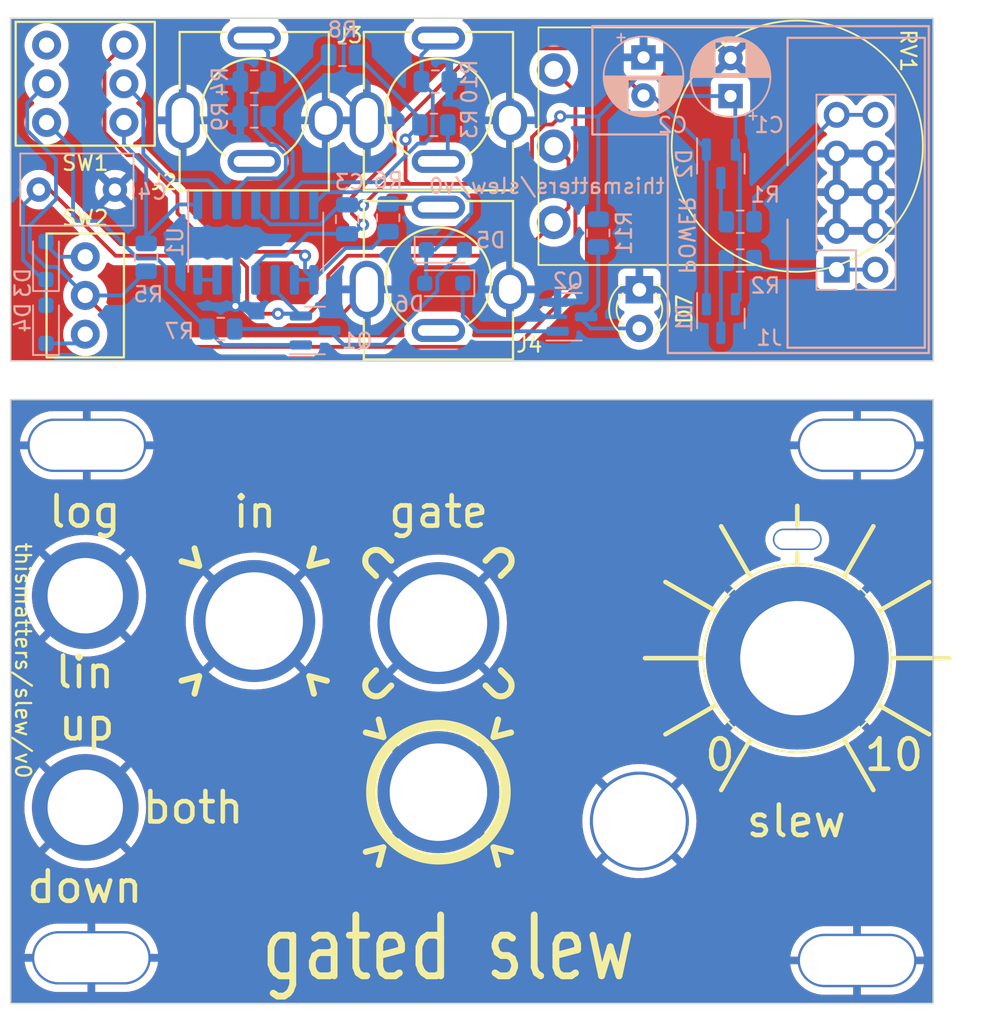
<source format=kicad_pcb>
(kicad_pcb (version 20221018) (generator pcbnew)
  (layers (0 "F.Cu" signal) (31 "B.Cu" signal) (34 "B.Paste" user) (35 "F.Paste" user) (36 "B.SilkS" user "B.Silkscreen") (37 "F.SilkS" user "F.Silkscreen") (38 "B.Mask" user) (39 "F.Mask" user) (44 "Edge.Cuts" user))
  (net 0 "")
  (net 1 "+12V")
  (net 2 "GND")
  (net 3 "-12V")
  (net 4 "Net-(D1-COM)")
  (net 5 "Net-(D2-COM)")
  (net 6 "/FACE")
  (net 7 "Net-(J1-Pin_1)")
  (net 8 "Net-(J1-Pin_10)")
  (net 9 "Net-(D3-K)")
  (net 10 "/down")
  (net 11 "/up")
  (net 12 "Net-(D5-K)")
  (net 13 "Net-(D5-A)")
  (net 14 "Net-(D6-K)")
  (net 15 "Net-(D7-A)")
  (net 16 "/IN")
  (net 18 "/GATE")
  (net 19 "Net-(J3-PadTN)")
  (net 20 "/OUT")
  (net 22 "Net-(Q1-D)")
  (net 23 "/LOG")
  (net 24 "Net-(SW1B-B)")
  (net 25 "/LIN")
  (net 26 "Net-(U1C-+)")
  (net 27 "Net-(SW1A-B)")
  (net 29 "Net-(U1D--)")
  (footprint "LED_THT:LED_D3.0mm" (layer "F.Cu") (at 112.6 119.785 -90)
    (fp_text reference "D7" (at 1.27 -2.96 90) (layer "F.SilkS"))
    (fp_text value "LED_GREEN")
    (pad "1" thru_hole rect (at 0 0 270) (size 1.8 1.8) (drill 0.9) (layers "*.Cu" "*.Mask") (net 2 "GND"))
    (pad "2" thru_hole circle (at 2.54 0 270) (size 1.8 1.8) (drill 0.9) (layers "*.Cu" "*.Mask") (net 15 "Net-(D7-A)"))
  )
  (footprint "Eurorack:Switch_DPDT_Tayda_A-5752" (layer "F.Cu") (at 76.2 106.26)
    (fp_text reference "SW1" (at 0 5.194 unlocked) (layer "F.SilkS"))
    (fp_text value "SW_DPDT_x2")
    (pad "1" thru_hole circle (at 2.54 -2.54) (size 1.9 1.9) (drill 1) (layers "*.Cu" "*.Mask") (net 25 "/LIN"))
    (pad "2" thru_hole circle (at 2.54 0) (size 1.9 1.9) (drill 1) (layers "*.Cu" "*.Mask") (net 27 "Net-(SW1A-B)"))
    (pad "3" thru_hole circle (at 2.54 2.54) (size 1.9 1.9) (drill 1) (layers "*.Cu" "*.Mask") (net 23 "/LOG"))
    (pad "4" thru_hole circle (at -2.54 -2.54) (size 1.9 1.9) (drill 1) (layers "*.Cu" "*.Mask"))
    (pad "5" thru_hole circle (at -2.54 0) (size 1.9 1.9) (drill 1) (layers "*.Cu" "*.Mask") (net 24 "Net-(SW1B-B)"))
    (pad "6" thru_hole circle (at -2.54 2.54) (size 1.9 1.9) (drill 1) (layers "*.Cu" "*.Mask") (net 22 "Net-(Q1-D)"))
  )
  (footprint "Eurorack:Mech-2M_Switch-Hole" (layer "F.Cu") (at 76.2 139.875)
    (fp_text reference "H9" hide)
    (fp_text value "LIN/LOG")
    (pad "1" thru_hole circle (at 0 0) (size 7 7) (drill 4.95) (layers "*.Cu" "*.Mask") (net 6 "/FACE"))
  )
  (footprint "Eurorack:Mech-2M_Switch-Hole" (layer "F.Cu") (at 76.2 153.775)
    (fp_text reference "H10" hide)
    (fp_text value "UP/DOWN")
    (pad "1" thru_hole circle (at 0 0) (size 7 7) (drill 4.95) (layers "*.Cu" "*.Mask") (net 6 "/FACE"))
  )
  (footprint "Eurorack:Mech-MountingHole" (layer "F.Cu") (at 76.3 130)
    (fp_text reference "H1")
    (fp_text value "mount0")
    (pad "1" thru_hole oval (at 0 0 90) (size 3.5 7.8) (drill oval 3.2 7.5) (layers "*.Cu" "*.Mask") (net 6 "/FACE"))
  )
  (footprint "Eurorack:Mech-MountingHole" (layer "F.Cu") (at 76.6 163.65)
    (fp_text reference "H4")
    (fp_text value "mount1")
    (pad "1" thru_hole oval (at 0 0 90) (size 3.5 7.8) (drill oval 3.2 7.5) (layers "*.Cu" "*.Mask") (net 6 "/FACE"))
  )
  (footprint "Eurorack:Switch_SPDT_Tayda_A-5751" (layer "F.Cu") (at 76.2 120.16)
    (fp_text reference "SW2" (at 0 -5.08 unlocked) (layer "F.SilkS"))
    (fp_text value "SW_SPDT_MSM")
    (pad "1" thru_hole circle (at 0 -2.54) (size 1.9 1.9) (drill 1) (layers "*.Cu" "*.Mask") (net 10 "/down"))
    (pad "2" thru_hole circle (at 0 0) (size 1.9 1.9) (drill 1) (layers "*.Cu" "*.Mask") (net 24 "Net-(SW1B-B)"))
    (pad "3" thru_hole circle (at 0 2.54) (size 1.9 1.9) (drill 1) (layers "*.Cu" "*.Mask") (net 11 "/up"))
  )
  (footprint "Eurorack:Mech-LED-Hole-3mm-Bezel" (layer "F.Cu") (at 112.6 154.675)
    (fp_text reference "H11" hide)
    (fp_text value "LED")
    (pad "1" thru_hole circle (at 0 0) (size 6.5 6.5) (drill 6.1) (layers "*.Cu" "*.Mask") (net 6 "/FACE"))
  )
  (footprint "Eurorack:AudioJack2_Tayda_A-2566" (layer "F.Cu") (at 99.4 108.06)
    (fp_text reference "J3" (at -5.841 -4.988 unlocked) (layer "F.SilkS"))
    (fp_text value "AudioJack2_SwitchT")
    (pad "S" thru_hole oval (at -4.7 0.6) (size 2.25 3.75) (drill oval 1.45 2.95) (layers "*.Cu" "*.Mask") (net 2 "GND"))
    (pad "S" thru_hole oval (at 4.7 0.6) (size 2.25 2.7) (drill oval 1.45 1.9) (layers "*.Cu" "*.Mask") (net 2 "GND"))
    (pad "T" thru_hole oval (at 0 -4.8) (size 3.5 1.5) (drill oval 2.7 0.7) (layers "*.Cu" "*.Mask") (net 18 "/GATE"))
    (pad "TN" thru_hole oval (at 0 3.3) (size 3.5 1.5) (drill oval 2.7 0.7) (layers "*.Cu" "*.Mask") (net 19 "Net-(J3-PadTN)"))
  )
  (footprint "Eurorack:Mech-MountingHole" (layer "F.Cu") (at 126.9 130)
    (fp_text reference "H2")
    (fp_text value "mount1")
    (pad "1" thru_hole oval (at 0 0 90) (size 3.5 7.8) (drill oval 3.2 7.5) (layers "*.Cu" "*.Mask") (net 6 "/FACE"))
  )
  (footprint "Eurorack:Mech-AudioJack-Hole-Input-Gate" (layer "F.Cu") (at 99.4 141.675)
    (fp_text reference "H6")
    (fp_text value "GATE" hide)
    (pad "1" thru_hole circle (at 0 0 90) (size 8 8) (drill 6.4) (layers "*.Cu" "*.Mask") (net 6 "/FACE"))
  )
  (footprint "Eurorack:AudioJack2_Tayda_A-2566" (layer "F.Cu") (at 87.3 108.06)
    (fp_text reference "J2" (at -5.933 4.664 unlocked) (layer "F.SilkS"))
    (fp_text value "AudioJack2_SwitchT")
    (pad "S" thru_hole oval (at -4.7 0.6) (size 2.25 3.75) (drill oval 1.45 2.95) (layers "*.Cu" "*.Mask") (net 2 "GND"))
    (pad "S" thru_hole oval (at 4.7 0.6) (size 2.25 2.7) (drill oval 1.45 1.9) (layers "*.Cu" "*.Mask") (net 2 "GND"))
    (pad "T" thru_hole oval (at 0 -4.8) (size 3.5 1.5) (drill oval 2.7 0.7) (layers "*.Cu" "*.Mask") (net 16 "/IN"))
    (pad "TN" thru_hole oval (at 0 3.3) (size 3.5 1.5) (drill oval 2.7 0.7) (layers "*.Cu" "*.Mask"))
  )
  (footprint "Eurorack:Mech-AudioJack-Hole-Output-Voct" (layer "F.Cu") (at 99.4 152.775)
    (fp_text reference "H7")
    (fp_text value "OUT" hide)
    (pad "1" thru_hole circle (at 0 0 90) (size 8 8) (drill 6.4) (layers "*.Cu" "*.Mask") (net 6 "/FACE"))
  )
  (footprint "Eurorack:Mech-MountingHole" (layer "F.Cu") (at 126.9 163.825)
    (fp_text reference "H3")
    (fp_text value "mount1")
    (pad "1" thru_hole oval (at 0 0 90) (size 3.5 7.8) (drill oval 3.2 7.5) (layers "*.Cu" "*.Mask") (net 6 "/FACE"))
  )
  (footprint "Eurorack:Mech-Potentiometer-Hole_level_90deg" (layer "F.Cu") (at 122.973 143.975)
    (fp_text reference "H8")
    (fp_text value "SLEW" hide)
    (fp_text user "10" (at 6.35 6.35 unlocked) (layer "F.SilkS") (effects (font (size 2 2) (thickness 0.3))))
    (fp_text user "0" (at -5.08 6.35 unlocked) (layer "F.SilkS") (effects (font (size 2 2) (thickness 0.3))))
    (pad "" thru_hole oval (at 0 -7.8) (size 3.2 1.4) (drill oval 3 1.2) (layers "*.Cu" "*.Mask"))
    (pad "1" thru_hole circle (at 0 0) (size 12 12) (drill 7.5) (layers "*.Cu" "*.Mask") (net 6 "/FACE"))
  )
  (footprint "Eurorack:Potentiometer_RV16AF-41-15R1" (layer "F.Cu") (at 122.973 110.36 -90)
    (fp_text reference "RV1" (at -6.272 -7.289 -90 unlocked) (layer "F.SilkS"))
    (fp_text value "A1M")
    (pad "1" thru_hole circle (at -5 16 270) (size 2.2 2.2) (drill 1.2) (layers "*.Cu" "*.Mask") (net 24 "Net-(SW1B-B)"))
    (pad "2" thru_hole circle (at 0 16 270) (size 2.2 2.2) (drill 1.2) (layers "*.Cu" "*.Mask") (net 9 "Net-(D3-K)"))
    (pad "3" thru_hole circle (at 5 16 270) (size 2.2 2.2) (drill 1.2) (layers "*.Cu" "*.Mask") (net 9 "Net-(D3-K)"))
  )
  (footprint "Eurorack:Mech-AudioJack-Hole-Input-Voct" (layer "F.Cu") (at 87.3 141.5375)
    (fp_text reference "H5")
    (fp_text value "IN" hide)
    (pad "1" thru_hole circle (at 0 0 90) (size 8 8) (drill 6.4) (layers "*.Cu" "*.Mask") (net 6 "/FACE"))
  )
  (footprint "Eurorack:AudioJack2_Tayda_A-2566" (layer "F.Cu") (at 99.4 119.16)
    (fp_text reference "J4" (at 5.97 4.232 unlocked) (layer "F.SilkS"))
    (fp_text value "AudioJack2_SwitchT")
    (pad "S" thru_hole oval (at -4.7 0.6) (size 2.25 3.75) (drill oval 1.45 2.95) (layers "*.Cu" "*.Mask") (net 2 "GND"))
    (pad "S" thru_hole oval (at 4.7 0.6) (size 2.25 2.7) (drill oval 1.45 1.9) (layers "*.Cu" "*.Mask") (net 2 "GND"))
    (pad "T" thru_hole oval (at 0 -4.8) (size 3.5 1.5) (drill oval 2.7 0.7) (layers "*.Cu" "*.Mask") (net 20 "/OUT"))
    (pad "TN" thru_hole oval (at 0 3.3) (size 3.5 1.5) (drill oval 2.7 0.7) (layers "*.Cu" "*.Mask"))
  )
  (footprint "Resistor_SMD:R_0805_2012Metric" (layer "B.Cu") (at 119.2227 117.8631)
    (fp_text reference "R2" (at 1.651 1.651) (layer "B.SilkS") (effects (justify mirror)))
    (fp_text value "10")
    (pad "1" smd roundrect (at -0.9125 0) (size 1.025 1.4) (layers "B.Cu" "B.Paste" "B.Mask") (roundrect_rratio 0.243902) (net 4 "Net-(D1-COM)"))
    (pad "2" smd roundrect (at 0.9125 0) (size 1.025 1.4) (layers "B.Cu" "B.Paste" "B.Mask") (roundrect_rratio 0.243902) (net 7 "Net-(J1-Pin_1)"))
  )
  (footprint "Resistor_SMD:R_0805_2012Metric" (layer "B.Cu") (at 93.1 104.36 180)
    (fp_text reference "R8" (at 0 1.65) (layer "B.SilkS") (effects (justify mirror)))
    (fp_text value "120K")
    (pad "1" smd roundrect (at -0.9125 0 180) (size 1.025 1.4) (layers "B.Cu" "B.Paste" "B.Mask") (roundrect_rratio 0.243902) (net 1 "+12V"))
    (pad "2" smd roundrect (at 0.9125 0 180) (size 1.025 1.4) (layers "B.Cu" "B.Paste" "B.Mask") (roundrect_rratio 0.243902) (net 26 "Net-(U1C-+)"))
  )
  (footprint "Diode_SMD:D_SOD-323_HandSoldering" (layer "B.Cu") (at 99.85 117.16)
    (fp_text reference "D5" (at 2.98 -0.626) (layer "B.SilkS") (effects (justify mirror)))
    (fp_text value "1N4148")
    (pad "1" smd roundrect (at -1.25 0) (size 1 1) (layers "B.Cu" "B.Paste" "B.Mask") (net 12 "Net-(D5-K)"))
    (pad "2" smd roundrect (at 1.25 0) (size 1 1) (layers "B.Cu" "B.Paste" "B.Mask") (net 13 "Net-(D5-A)"))
  )
  (footprint "Package_TO_SOT_SMD:SOT-23" (layer "B.Cu") (at 91.3 122.46)
    (fp_text reference "Q1" (at 2.767 0.678) (layer "B.SilkS") (effects (justify mirror)))
    (fp_text value "MMBF4393")
    (pad "1" smd roundrect (at -0.9375 0.95) (size 1.475 0.6) (layers "B.Cu" "B.Paste" "B.Mask") (net 22 "Net-(Q1-D)"))
    (pad "2" smd roundrect (at -0.9375 -0.95) (size 1.475 0.6) (layers "B.Cu" "B.Paste" "B.Mask") (net 9 "Net-(D3-K)"))
    (pad "3" smd roundrect (at 0.9375 0) (size 1.475 0.6) (layers "B.Cu" "B.Paste" "B.Mask") (net 13 "Net-(D5-A)"))
  )
  (footprint "Diode_SMD:D_SOD-323_HandSoldering" (layer "B.Cu") (at 99.75 119.36 180)
    (fp_text reference "D6" (at 2.254 -1.365) (layer "B.SilkS") (effects (justify mirror)))
    (fp_text value "1N4148")
    (pad "1" smd roundrect (at -1.25 0 180) (size 1 1) (layers "B.Cu" "B.Paste" "B.Mask") (net 14 "Net-(D6-K)"))
    (pad "2" smd roundrect (at 1.25 0 180) (size 1 1) (layers "B.Cu" "B.Paste" "B.Mask") (net 12 "Net-(D5-K)"))
  )
  (footprint "Diode_SMD:D_SOD-323_HandSoldering" (layer "B.Cu") (at 73.62 122.06 90)
    (fp_text reference "D4" (at 0.446 -1.524 90) (layer "B.SilkS") (effects (justify mirror)))
    (fp_text value "1N4148")
    (pad "1" smd roundrect (at -1.25 0 90) (size 1 1) (layers "B.Cu" "B.Paste" "B.Mask") (net 11 "/up"))
    (pad "2" smd roundrect (at 1.25 0 90) (size 1 1) (layers "B.Cu" "B.Paste" "B.Mask") (net 9 "Net-(D3-K)"))
  )
  (footprint "Package_TO_SOT_SMD:SOT-23" (layer "B.Cu") (at 117.9527 111.5131 -90)
    (fp_text reference "D2" (at 0 2.4 90) (layer "B.SilkS") (effects (justify mirror)))
    (fp_text value "BAT54S")
    (pad "1" smd roundrect (at -0.9375 0.95 270) (size 1.475 0.6) (layers "B.Cu" "B.Paste" "B.Mask") (net 3 "-12V"))
    (pad "2" smd roundrect (at -0.9375 -0.95 270) (size 1.475 0.6) (layers "B.Cu" "B.Paste" "B.Mask") (net 1 "+12V"))
    (pad "3" smd roundrect (at 0.9375 0 270) (size 1.475 0.6) (layers "B.Cu" "B.Paste" "B.Mask") (net 5 "Net-(D2-COM)"))
  )
  (footprint "Resistor_SMD:R_0805_2012Metric" (layer "B.Cu") (at 119.2227 115.3231)
    (fp_text reference "R1" (at 1.651 -1.778) (layer "B.SilkS") (effects (justify mirror)))
    (fp_text value "10")
    (pad "1" smd roundrect (at -0.9125 0) (size 1.025 1.4) (layers "B.Cu" "B.Paste" "B.Mask") (roundrect_rratio 0.243902) (net 5 "Net-(D2-COM)"))
    (pad "2" smd roundrect (at 0.9125 0) (size 1.025 1.4) (layers "B.Cu" "B.Paste" "B.Mask") (roundrect_rratio 0.243902) (net 8 "Net-(J1-Pin_10)"))
  )
  (footprint "Package_TO_SOT_SMD:SOT-23" (layer "B.Cu") (at 117.9527 121.6731 -90)
    (fp_text reference "D1" (at 0 2.4 90) (layer "B.SilkS") (effects (justify mirror)))
    (fp_text value "BAT54S")
    (pad "1" smd roundrect (at -0.9375 0.95 270) (size 1.475 0.6) (layers "B.Cu" "B.Paste" "B.Mask") (net 3 "-12V"))
    (pad "2" smd roundrect (at -0.9375 -0.95 270) (size 1.475 0.6) (layers "B.Cu" "B.Paste" "B.Mask") (net 1 "+12V"))
    (pad "3" smd roundrect (at 0.9375 0 270) (size 1.475 0.6) (layers "B.Cu" "B.Paste" "B.Mask") (net 4 "Net-(D1-COM)"))
  )
  (footprint "Resistor_SMD:R_0805_2012Metric" (layer "B.Cu") (at 87.3 106.12 180)
    (fp_text reference "R4" (at 2.25 0 90) (layer "B.SilkS") (effects (justify mirror)))
    (fp_text value "1M")
    (pad "1" smd roundrect (at -0.9125 0 180) (size 1.025 1.4) (layers "B.Cu" "B.Paste" "B.Mask") (roundrect_rratio 0.243902) (net 16 "/IN"))
    (pad "2" smd roundrect (at 0.9125 0 180) (size 1.025 1.4) (layers "B.Cu" "B.Paste" "B.Mask") (roundrect_rratio 0.243902) (net 2 "GND"))
  )
  (footprint "Capacitor_THT:C_Rect_L7.2mm_W4.5mm_P5.00mm_FKS2_FKP2_MKS2_MKP2" (layer "B.Cu") (at 73.15 113.21)
    (fp_text reference "C4" (at 7.455 0.149) (layer "B.SilkS") (effects (justify mirror)))
    (fp_text value "680n")
    (pad "1" thru_hole circle (at 0 0) (size 1.6 1.6) (drill 0.8) (layers "*.Cu" "*.Mask") (net 9 "Net-(D3-K)"))
    (pad "2" thru_hole circle (at 5 0) (size 1.6 1.6) (drill 0.8) (layers "*.Cu" "*.Mask") (net 2 "GND"))
  )
  (footprint "Resistor_SMD:R_0805_2012Metric" (layer "B.Cu") (at 85.1 122.36)
    (fp_text reference "R7" (at -2.717 0.143) (layer "B.SilkS") (effects (justify mirror)))
    (fp_text value "2.2M")
    (pad "1" smd roundrect (at -0.9125 0) (size 1.025 1.4) (layers "B.Cu" "B.Paste" "B.Mask") (roundrect_rratio 0.243902) (net 22 "Net-(Q1-D)"))
    (pad "2" smd roundrect (at 0.9125 0) (size 1.025 1.4) (layers "B.Cu" "B.Paste" "B.Mask") (roundrect_rratio 0.243902) (net 13 "Net-(D5-A)"))
  )
  (footprint "Resistor_SMD:R_0805_2012Metric" (layer "B.Cu") (at 80.2 117.66 -90)
    (fp_text reference "R5" (at 2.43 -0.151 -180) (layer "B.SilkS") (effects (justify mirror)))
    (fp_text value "10")
    (pad "1" smd roundrect (at -0.9125 0 270) (size 1.025 1.4) (layers "B.Cu" "B.Paste" "B.Mask") (roundrect_rratio 0.243902) (net 23 "/LOG"))
    (pad "2" smd roundrect (at 0.9125 0 270) (size 1.025 1.4) (layers "B.Cu" "B.Paste" "B.Mask") (roundrect_rratio 0.243902) (net 24 "Net-(SW1B-B)"))
  )
  (footprint "Eurorack:PinHeader_2x05_P2.54mm_Vertical" (layer "B.Cu") (at 125.56 118.46)
    (fp_text reference "J1" (at -4.4323 4.4831) (layer "B.SilkS") (effects (justify mirror)))
    (fp_text value "Conn_02x05_Odd_Even")
    (pad "1" thru_hole rect (at 0 0) (size 1.7 1.7) (drill 1) (layers "*.Cu" "*.Mask") (net 7 "Net-(J1-Pin_1)"))
    (pad "2" thru_hole oval (at 2.54 0) (size 1.7 1.7) (drill 1) (layers "*.Cu" "*.Mask") (net 7 "Net-(J1-Pin_1)"))
    (pad "3" thru_hole oval (at 0 -2.54) (size 1.7 1.7) (drill 1) (layers "*.Cu" "*.Mask") (net 2 "GND"))
    (pad "4" thru_hole oval (at 2.54 -2.54) (size 1.7 1.7) (drill 1) (layers "*.Cu" "*.Mask") (net 2 "GND"))
    (pad "5" thru_hole oval (at 0 -5.08) (size 1.7 1.7) (drill 1) (layers "*.Cu" "*.Mask") (net 2 "GND"))
    (pad "6" thru_hole oval (at 2.54 -5.08) (size 1.7 1.7) (drill 1) (layers "*.Cu" "*.Mask") (net 2 "GND"))
    (pad "7" thru_hole oval (at 0 -7.62) (size 1.7 1.7) (drill 1) (layers "*.Cu" "*.Mask") (net 2 "GND"))
    (pad "8" thru_hole oval (at 2.54 -7.62) (size 1.7 1.7) (drill 1) (layers "*.Cu" "*.Mask") (net 2 "GND"))
    (pad "9" thru_hole oval (at 0 -10.16) (size 1.7 1.7) (drill 1) (layers "*.Cu" "*.Mask") (net 8 "Net-(J1-Pin_10)"))
    (pad "10" thru_hole oval (at 2.54 -10.16) (size 1.7 1.7) (drill 1) (layers "*.Cu" "*.Mask") (net 8 "Net-(J1-Pin_10)"))
  )
  (footprint "Resistor_SMD:R_0805_2012Metric" (layer "B.Cu") (at 87.3 108.406 180)
    (fp_text reference "R9" (at 2.25 0 90) (layer "B.SilkS") (effects (justify mirror)))
    (fp_text value "12K")
    (pad "1" smd roundrect (at -0.9125 0 180) (size 1.025 1.4) (layers "B.Cu" "B.Paste" "B.Mask") (roundrect_rratio 0.243902) (net 26 "Net-(U1C-+)"))
    (pad "2" smd roundrect (at 0.9125 0 180) (size 1.025 1.4) (layers "B.Cu" "B.Paste" "B.Mask") (roundrect_rratio 0.243902) (net 2 "GND"))
  )
  (footprint "Diode_SMD:D_SOD-323_HandSoldering" (layer "B.Cu") (at 73.62 117.86 90)
    (fp_text reference "D3" (at -1.468 -1.524 90) (layer "B.SilkS") (effects (justify mirror)))
    (fp_text value "1N4148")
    (pad "1" smd roundrect (at -1.25 0 90) (size 1 1) (layers "B.Cu" "B.Paste" "B.Mask") (net 9 "Net-(D3-K)"))
    (pad "2" smd roundrect (at 1.25 0 90) (size 1 1) (layers "B.Cu" "B.Paste" "B.Mask") (net 10 "/down"))
  )
  (footprint "Package_SO:SOIC-14_3.9x8.7mm_P1.27mm" (layer "B.Cu") (at 87.4 116.66 -90)
    (fp_text reference "U1" (at 0 5.28 90) (layer "B.SilkS") (effects (justify mirror)))
    (fp_text value "TL074")
    (pad "1" smd roundrect (at -2.475 3.81 270) (size 1.95 0.6) (layers "B.Cu" "B.Paste" "B.Mask") (net 23 "/LOG"))
    (pad "2" smd roundrect (at -2.475 2.54 270) (size 1.95 0.6) (layers "B.Cu" "B.Paste" "B.Mask") (net 27 "Net-(SW1A-B)"))
    (pad "3" smd roundrect (at -2.475 1.27 270) (size 1.95 0.6) (layers "B.Cu" "B.Paste" "B.Mask") (net 16 "/IN"))
    (pad "4" smd roundrect (at -2.475 0 270) (size 1.95 0.6) (layers "B.Cu" "B.Paste" "B.Mask") (net 1 "+12V"))
    (pad "5" smd roundrect (at -2.475 -1.27 270) (size 1.95 0.6) (layers "B.Cu" "B.Paste" "B.Mask") (net 9 "Net-(D3-K)"))
    (pad "6" smd roundrect (at -2.475 -2.54 270) (size 1.95 0.6) (layers "B.Cu" "B.Paste" "B.Mask") (net 25 "/LIN"))
    (pad "7" smd roundrect (at -2.475 -3.81 270) (size 1.95 0.6) (layers "B.Cu" "B.Paste" "B.Mask") (net 25 "/LIN"))
    (pad "8" smd roundrect (at 2.475 -3.81 270) (size 1.95 0.6) (layers "B.Cu" "B.Paste" "B.Mask") (net 12 "Net-(D5-K)"))
    (pad "9" smd roundrect (at 2.475 -2.54 270) (size 1.95 0.6) (layers "B.Cu" "B.Paste" "B.Mask") (net 18 "/GATE"))
    (pad "10" smd roundrect (at 2.475 -1.27 270) (size 1.95 0.6) (layers "B.Cu" "B.Paste" "B.Mask") (net 26 "Net-(U1C-+)"))
    (pad "11" smd roundrect (at 2.475 0 270) (size 1.95 0.6) (layers "B.Cu" "B.Paste" "B.Mask") (net 3 "-12V"))
    (pad "12" smd roundrect (at 2.475 1.27 270) (size 1.95 0.6) (layers "B.Cu" "B.Paste" "B.Mask") (net 2 "GND"))
    (pad "13" smd roundrect (at 2.475 2.54 270) (size 1.95 0.6) (layers "B.Cu" "B.Paste" "B.Mask") (net 29 "Net-(U1D--)"))
    (pad "14" smd roundrect (at 2.475 3.81 270) (size 1.95 0.6) (layers "B.Cu" "B.Paste" "B.Mask") (net 29 "Net-(U1D--)"))
  )
  (footprint "Resistor_SMD:R_0805_2012Metric" (layer "B.Cu") (at 109.9 116.06 -90)
    (fp_text reference "R11" (at 0 -1.693 90) (layer "B.SilkS") (effects (justify mirror)))
    (fp_text value "1K")
    (pad "1" smd roundrect (at -0.9125 0 270) (size 1.025 1.4) (layers "B.Cu" "B.Paste" "B.Mask") (roundrect_rratio 0.243902) (net 1 "+12V"))
    (pad "2" smd roundrect (at 0.9125 0 270) (size 1.025 1.4) (layers "B.Cu" "B.Paste" "B.Mask") (roundrect_rratio 0.243902) (net 15 "Net-(D7-A)"))
  )
  (footprint "Capacitor_THT:CP_Radial_D5.0mm_P2.50mm" (layer "B.Cu") (at 118.5877 107.0681 90)
    (fp_text reference "C1" (at -1.905 2.54) (layer "B.SilkS") (effects (justify mirror)))
    (fp_text value "22u 50V")
    (pad "1" thru_hole rect (at 0 0 90) (size 1.6 1.6) (drill 0.8) (layers "*.Cu" "*.Mask") (net 1 "+12V"))
    (pad "2" thru_hole circle (at 2.5 0 90) (size 1.6 1.6) (drill 0.8) (layers "*.Cu" "*.Mask") (net 2 "GND"))
  )
  (footprint "Capacitor_THT:CP_Radial_D5.0mm_P2.50mm" (layer "B.Cu") (at 112.8727 104.5281 -90)
    (fp_text reference "C2" (at 4.445 -1.905) (layer "B.SilkS") (effects (justify mirror)))
    (fp_text value "22u 50V")
    (pad "1" thru_hole rect (at 0 0 270) (size 1.6 1.6) (drill 0.8) (layers "*.Cu" "*.Mask") (net 2 "GND"))
    (pad "2" thru_hole circle (at 2.5 0 270) (size 1.6 1.6) (drill 0.8) (layers "*.Cu" "*.Mask") (net 3 "-12V"))
  )
  (footprint "Resistor_SMD:R_0805_2012Metric" (layer "B.Cu") (at 96.1 115.06 90)
    (fp_text reference "R6" (at 2.463 -0.001 180) (layer "B.SilkS") (effects (justify mirror)))
    (fp_text value "470")
    (pad "1" smd roundrect (at -0.9125 0 90) (size 1.025 1.4) (layers "B.Cu" "B.Paste" "B.Mask") (roundrect_rratio 0.243902) (net 25 "/LIN"))
    (pad "2" smd roundrect (at 0.9125 0 90) (size 1.025 1.4) (layers "B.Cu" "B.Paste" "B.Mask") (roundrect_rratio 0.243902) (net 20 "/OUT"))
  )
  (footprint "Package_TO_SOT_SMD:SOT-23" (layer "B.Cu") (at 108.164 121.56)
    (fp_text reference "Q2" (at -0.254 -2.359) (layer "B.SilkS") (effects (justify mirror)))
    (fp_text value "MMBF170")
    (pad "1" smd roundrect (at -0.9375 0.95) (size 1.475 0.6) (layers "B.Cu" "B.Paste" "B.Mask") (net 14 "Net-(D6-K)"))
    (pad "2" smd roundrect (at -0.9375 -0.95) (size 1.475 0.6) (layers "B.Cu" "B.Paste" "B.Mask") (net 2 "GND"))
    (pad "3" smd roundrect (at 0.9375 0) (size 1.475 0.6) (layers "B.Cu" "B.Paste" "B.Mask") (net 15 "Net-(D7-A)"))
  )
  (footprint "Resistor_SMD:R_0805_2012Metric" (layer "B.Cu") (at 99.2 106.12)
    (fp_text reference "R10" (at 2.233 0 90) (layer "B.SilkS") (effects (justify mirror)))
    (fp_text value "120K")
    (pad "1" smd roundrect (at -0.9125 0) (size 1.025 1.4) (layers "B.Cu" "B.Paste" "B.Mask") (roundrect_rratio 0.243902) (net 18 "/GATE"))
    (pad "2" smd roundrect (at 0.9125 0) (size 1.025 1.4) (layers "B.Cu" "B.Paste" "B.Mask") (roundrect_rratio 0.243902) (net 2 "GND"))
  )
  (footprint "Capacitor_SMD:C_0805_2012Metric" (layer "B.Cu") (at 93.4 115.16 -90)
    (fp_text reference "C3" (at -2.436 -0.159 -180) (layer "B.SilkS") (effects (justify mirror)))
    (fp_text value "100n")
    (pad "1" smd roundrect (at -0.95 0 270) (size 1 1.45) (layers "B.Cu" "B.Paste" "B.Mask") (net 1 "+12V"))
    (pad "2" smd roundrect (at 0.95 0 270) (size 1 1.45) (layers "B.Cu" "B.Paste" "B.Mask") (net 3 "-12V"))
  )
  (footprint "Resistor_SMD:R_0805_2012Metric" (layer "B.Cu") (at 99.1 108.96)
    (fp_text reference "R3" (at 2.333 -0.046 90) (layer "B.SilkS") (effects (justify mirror)))
    (fp_text value "120K")
    (pad "1" smd roundrect (at -0.9125 0) (size 1.025 1.4) (layers "B.Cu" "B.Paste" "B.Mask") (roundrect_rratio 0.243902) (net 1 "+12V"))
    (pad "2" smd roundrect (at 0.9125 0) (size 1.025 1.4) (layers "B.Cu" "B.Paste" "B.Mask") (roundrect_rratio 0.243902) (net 19 "Net-(J3-PadTN)"))
  )
  (gr_line (start 131.61 123.94) (end 114.465 123.94) (stroke (width 0.15)) (layer "B.SilkS"))
  (gr_line (start 114.465 109.589) (end 109.512 109.589) (stroke (width 0.15)) (layer "B.SilkS"))
  (gr_line (start 109.512 102.477) (end 131.61 102.477) (stroke (width 0.15)) (layer "B.SilkS"))
  (gr_line (start 109.512 109.589) (end 109.512 102.477) (stroke (width 0.15)) (layer "B.SilkS"))
  (gr_line (start 131.61 102.477) (end 131.61 123.94) (stroke (width 0.15)) (layer "B.SilkS"))
  (gr_line (start 114.465 123.94) (end 114.465 109.589) (stroke (width 0.15)) (layer "B.SilkS"))
  (gr_rect (start 71.3 101.96) (end 131.9 124.46) (stroke (width 0.1)) (fill none) (layer "Edge.Cuts"))
  (gr_rect (start 71.3 127) (end 131.9 166.65) (stroke (width 0.1)) (fill none) (layer "Edge.Cuts"))
  (gr_text "thismatters/slew/v0" (at 106.513 112.978) (layer "B.SilkS") (effects (font (size 1 1)) (justify mirror)))
  (gr_text "POWER" (at 115.1 118.86 -90) (layer "B.SilkS") (effects (font (size 1 1)) (justify left bottom mirror)))
  (gr_text "in" (at 87.347 134.366) (layer "F.SilkS") (effects (font (size 2 2) (thickness 0.3))))
  (gr_text "gate" (at 99.412 134.366) (layer "F.SilkS") (effects (font (size 2 2) (thickness 0.3))))
  (gr_text "lin" (at 76.171 144.899) (layer "F.SilkS") (effects (font (size 2 2) (thickness 0.3))))
  (gr_text "slew" (at 122.907 154.678) (layer "F.SilkS") (effects (font (size 2 2) (thickness 0.3))))
  (gr_text "gated slew" (at 100.047 165.346) (layer "F.SilkS") (effects (font (size 4 3) (thickness 0.45)) (justify bottom)))
  (gr_text "up" (at 76.298 148.328) (layer "F.SilkS") (effects (font (size 2 2) (thickness 0.3))))
  (gr_text "thismatters/slew/v0" (at 72.107 144.137 -90) (layer "F.SilkS") (effects (font (size 1 1))))
  (gr_text "log" (at 76.171 134.358) (layer "F.SilkS") (effects (font (size 2 2) (thickness 0.3))))
  (gr_text "down" (at 76.171 158.996) (layer "F.SilkS") (effects (font (size 2 2) (thickness 0.3))))
  (gr_text "both" (at 83.283 153.789) (layer "F.SilkS") (effects (font (size 2 2) (thickness 0.3))))
  (segment (start 94.448 114.248) (end 95.861 112.835) (width 0.25) (layer "F.Cu") (net 1))
  (segment (start 97.242 112.566396) (end 97.242 109.93) (width 0.25) (layer "F.Cu") (net 1))
  (segment (start 106.873 108.935) (end 107.402 108.406) (width 0.25) (layer "F.Cu") (net 1))
  (segment (start 105.548 111.148604) (end 105.548 109.769745) (width 0.25) (layer "F.Cu") (net 1))
  (segment (start 105.433302 111.263302) (end 105.548 111.148604) (width 0.25) (layer "F.Cu") (net 1))
  (segment (start 95.861 112.835) (end 97.510604 112.835) (width 0.25) (layer "F.Cu") (net 1))
  (segment (start 105.548 109.769745) (end 106.382745 108.935) (width 0.25) (layer "F.Cu") (net 1))
  (segment (start 97.510604 112.835) (end 97.242 112.566396) (width 0.25) (layer "F.Cu") (net 1))
  (segment (start 97.510604 112.835) (end 103.861604 112.835) (width 0.25) (layer "F.Cu") (net 1))
  (segment (start 103.861604 112.835) (end 105.433302 111.263302) (width 0.25) (layer "F.Cu") (net 1))
  (segment (start 106.382745 108.935) (end 106.873 108.935) (width 0.25) (layer "F.Cu") (net 1))
  (via (at 97.242 109.93) (size 0.8) (drill 0.4) (layers "F.Cu" "B.Cu") (net 1))
  (via (at 94.448 114.248) (size 0.8) (drill 0.4) (layers "F.Cu" "B.Cu") (net 1))
  (via (at 107.402 108.406) (size 0.8) (drill 0.4) (layers "F.Cu" "B.Cu") (net 1))
  (segment (start 114.908608 107.0681) (end 118.5877 107.0681) (width 0.25) (layer "B.Cu") (net 1))
  (segment (start 119.2027 110.8756) (end 119.202699 120.435601) (width 0.25) (layer "B.Cu") (net 1))
  (segment (start 97.242 109.9055) (end 98.1875 108.96) (width 0.25) (layer "B.Cu") (net 1))
  (segment (start 94.41 114.21) (end 94.448 114.248) (width 0.25) (layer "B.Cu") (net 1))
  (segment (start 107.402 108.406) (end 109.896191 108.406) (width 0.25) (layer "B.Cu") (net 1))
  (segment (start 93.4 114.21) (end 94.41 114.21) (width 0.25) (layer "B.Cu") (net 1))
  (segment (start 112.443809 105.866) (end 113.706508 105.866) (width 0.25) (layer "B.Cu") (net 1))
  (segment (start 87.4 114.565908) (end 87.4 114.185) (width 0.25) (layer "B.Cu") (net 1))
  (segment (start 88.319092 115.485) (end 87.4 114.565908) (width 0.25) (layer "B.Cu") (net 1))
  (segment (start 109.9 108.409809) (end 112.443809 105.866) (width 0.25) (layer "B.Cu") (net 1))
  (segment (start 93.4 114.21) (end 93.362 114.248) (width 0.25) (layer "B.Cu") (net 1))
  (segment (start 118.9027 110.5756) (end 118.9027 107.3831) (width 0.25) (layer "B.Cu") (net 1))
  (segment (start 98.1875 108.535) (end 94.0125 104.36) (width 0.25) (layer "B.Cu") (net 1))
  (segment (start 118.9027 110.5756) (end 119.2027 110.8756) (width 0.25) (layer "B.Cu") (net 1))
  (segment (start 109.9 115.1475) (end 109.9 108.409809) (width 0.25) (layer "B.Cu") (net 1))
  (segment (start 118.9027 107.3831) (end 118.5877 107.0681) (width 0.25) (layer "B.Cu") (net 1))
  (segment (start 98.1875 108.96) (end 98.1875 108.535) (width 0.25) (layer "B.Cu") (net 1))
  (segment (start 113.706508 105.866) (end 114.908608 107.0681) (width 0.25) (layer "B.Cu") (net 1))
  (segment (start 119.202699 120.435601) (end 118.9027 120.7356) (width 0.25) (layer "B.Cu") (net 1))
  (segment (start 92.891 114.248) (end 91.654 115.485) (width 0.25) (layer "B.Cu") (net 1))
  (segment (start 109.896191 108.406) (end 109.9 108.409809) (width 0.25) (layer "B.Cu") (net 1))
  (segment (start 97.242 109.93) (end 97.242 109.9055) (width 0.25) (layer "B.Cu") (net 1))
  (segment (start 93.362 114.248) (end 92.891 114.248) (width 0.25) (layer "B.Cu") (net 1))
  (segment (start 91.654 115.485) (end 88.319092 115.485) (width 0.25) (layer "B.Cu") (net 1))
  (segment (start 91.83 122.63) (end 87.59 122.63) (width 0.25) (layer "F.Cu") (net 2))
  (segment (start 94.7 119.76) (end 91.83 122.63) (width 0.25) (layer "F.Cu") (net 2))
  (segment (start 86.066 121.106) (end 86.066 120.852) (width 0.25) (layer "F.Cu") (net 2))
  (segment (start 87.59 122.63) (end 86.066 121.106) (width 0.25) (layer "F.Cu") (net 2))
  (via (at 86.066 120.852) (size 0.8) (drill 0.4) (layers "F.Cu" "B.Cu") (net 2))
  (segment (start 94.7 108.66) (end 93.175 107.135) (width 0.25) (layer "B.Cu") (net 2))
  (segment (start 93.175 103.577) (end 92.416 102.818) (width 0.25) (layer "B.Cu") (net 2))
  (segment (start 93.175 107.135) (end 93.175 103.577) (width 0.25) (layer "B.Cu") (net 2))
  (segment (start 86.066 120.852) (end 86.066 119.199) (width 0.25) (layer "B.Cu") (net 2))
  (segment (start 86.066 119.199) (end 86.13 119.135) (width 0.25) (layer "B.Cu") (net 2))
  (segment (start 109.7796 103.935) (end 101.967 103.935) (width 0.25) (layer "F.Cu") (net 3))
  (segment (start 96.517 110.909) (end 93.723 113.703) (width 0.25) (layer "F.Cu") (net 3))
  (segment (start 93.723 114.793) (end 94.443701 115.513701) (width 0.25) (layer "F.Cu") (net 3))
  (segment (start 93.723 113.703) (end 93.723 114.793) (width 0.25) (layer "F.Cu") (net 3))
  (segment (start 112.8727 107.0281) (end 109.7796 103.935) (width 0.25) (layer "F.Cu") (net 3))
  (segment (start 96.517 109.385) (end 96.517 110.909) (width 0.25) (layer "F.Cu") (net 3))
  (segment (start 101.967 103.935) (end 96.517 109.385) (width 0.25) (layer "F.Cu") (net 3))
  (via (at 94.443701 115.513701) (size 0.8) (drill 0.4) (layers "F.Cu" "B.Cu") (net 3))
  (segment (start 89.368 117.55) (end 88.010001 117.55) (width 0.25) (layer "B.Cu") (net 3))
  (segment (start 117.0027 110.5756) (end 113.4552 107.0281) (width 0.25) (layer "B.Cu") (net 3))
  (segment (start 93.4 116.11) (end 93.847402 116.11) (width 0.25) (layer "B.Cu") (net 3))
  (segment (start 87.4 118.160001) (end 87.4 119.135) (width 0.25) (layer "B.Cu") (net 3))
  (segment (start 117.0027 120.7356) (end 117.0027 110.5756) (width 0.25) (layer "B.Cu") (net 3))
  (segment (start 93.847402 116.11) (end 94.443701 115.513701) (width 0.25) (layer "B.Cu") (net 3))
  (segment (start 113.4552 107.0281) (end 112.8727 107.0281) (width 0.25) (layer "B.Cu") (net 3))
  (segment (start 90.808 116.11) (end 89.368 117.55) (width 0.25) (layer "B.Cu") (net 3))
  (segment (start 88.010001 117.55) (end 87.4 118.160001) (width 0.25) (layer "B.Cu") (net 3))
  (segment (start 93.4 116.11) (end 90.808 116.11) (width 0.25) (layer "B.Cu") (net 3))
  (segment (start 117.9527 118.2206) (end 117.9527 122.6106) (width 0.25) (layer "B.Cu") (net 4))
  (segment (start 118.3102 117.8631) (end 117.9527 118.2206) (width 0.25) (layer "B.Cu") (net 4))
  (segment (start 118.3102 115.3231) (end 117.9527 114.9656) (width 0.25) (layer "B.Cu") (net 5))
  (segment (start 117.9527 114.9656) (end 117.9527 112.4506) (width 0.25) (layer "B.Cu") (net 5))
  (segment (start 128.1 118.46) (end 125.56 118.46) (width 0.25) (layer "B.Cu") (net 7))
  (segment (start 120.7321 118.46) (end 120.1352 117.8631) (width 0.25) (layer "B.Cu") (net 7))
  (segment (start 125.56 118.46) (end 120.7321 118.46) (width 0.25) (layer "B.Cu") (net 7))
  (segment (start 120.1352 113.7248) (end 120.1352 115.3231) (width 0.25) (layer "B.Cu") (net 8))
  (segment (start 125.56 108.3) (end 120.1352 113.7248) (width 0.25) (layer "B.Cu") (net 8))
  (segment (start 128.1 108.3) (end 125.56 108.3) (width 0.25) (layer "B.Cu") (net 8))
  (segment (start 86.828 118.312) (end 86.828 120.598) (width 0.25) (layer "F.Cu") (net 9))
  (segment (start 90.892 121.36) (end 92.162 120.09) (width 0.25) (layer "F.Cu") (net 9))
  (segment (start 107.07 110.36) (end 107.948 111.238) (width 0.25) (layer "F.Cu") (net 9))
  (segment (start 107.948 111.238) (end 107.948 114.385) (width 0.25) (layer "F.Cu") (net 9))
  (segment (start 104.783 117.55) (end 106.973 115.36) (width 0.25) (layer "F.Cu") (net 9))
  (segment (start 86.828 120.598) (end 87.59 121.36) (width 0.25) (layer "F.Cu") (net 9))
  (segment (start 92.162 120.09) (end 92.162 118.82) (width 0.25) (layer "F.Cu") (net 9))
  (segment (start 107.948 114.385) (end 106.973 115.36) (width 0.25) (layer "F.Cu") (net 9))
  (segment (start 86.066 117.55) (end 86.828 118.312) (width 0.25) (layer "F.Cu") (net 9))
  (segment (start 88.86 121.36) (end 90.892 121.36) (width 0.25) (layer "F.Cu") (net 9))
  (segment (start 73.15 113.21) (end 73.852 113.21) (width 0.25) (layer "F.Cu") (net 9))
  (segment (start 73.852 113.21) (end 78.192 117.55) (width 0.25) (layer "F.Cu") (net 9))
  (segment (start 106.973 110.36) (end 107.07 110.36) (width 0.25) (layer "F.Cu") (net 9))
  (segment (start 87.59 121.36) (end 88.86 121.36) (width 0.25) (layer "F.Cu") (net 9))
  (segment (start 92.162 118.82) (end 93.432 117.55) (width 0.25) (layer "F.Cu") (net 9))
  (segment (start 93.432 117.55) (end 104.783 117.55) (width 0.25) (layer "F.Cu") (net 9))
  (segment (start 78.192 117.55) (end 86.066 117.55) (width 0.25) (layer "F.Cu") (net 9))
  (via (at 88.86 121.36) (size 0.8) (drill 0.4) (layers "F.Cu" "B.Cu") (net 9))
  (segment (start 88.67 119.8175) (end 90.3625 121.51) (width 0.25) (layer "B.Cu") (net 9))
  (segment (start 88.2125 109.115824) (end 89.825 110.728324) (width 0.25) (layer "B.Cu") (net 9))
  (segment (start 89.825 112.267) (end 88.67 113.422) (width 0.25) (layer "B.Cu") (net 9))
  (segment (start 89.825 110.728324) (end 89.825 112.267) (width 0.25) (layer "B.Cu") (net 9))
  (segment (start 90.2125 121.36) (end 90.3625 121.51) (width 0.25) (layer "B.Cu") (net 9))
  (segment (start 88.67 119.135) (end 88.67 119.8175) (width 0.25) (layer "B.Cu") (net 9))
  (segment (start 88.2125 108.406) (end 88.2125 109.115824) (width 0.25) (layer "B.Cu") (net 9))
  (segment (start 73.15 113.21) (end 72.112 114.248) (width 0.25) (layer "B.Cu") (net 9))
  (segment (start 72.112 117.822) (end 73.4 119.11) (width 0.25) (layer "B.Cu") (net 9))
  (segment (start 72.112 114.248) (end 72.112 117.822) (width 0.25) (layer "B.Cu") (net 9))
  (segment (start 73.4 120.81) (end 73.578 120.81) (width 0.25) (layer "B.Cu") (net 9))
  (segment (start 88.67 113.422) (end 88.67 114.185) (width 0.25) (layer "B.Cu") (net 9))
  (segment (start 88.86 121.36) (end 90.2125 121.36) (width 0.25) (layer "B.Cu") (net 9))
  (segment (start 88.2125 108.335) (end 92.1875 104.36) (width 0.25) (layer "B.Cu") (net 9))
  (segment (start 73.62 119.11) (end 73.62 120.81) (width 0.25) (layer "B.Cu") (net 9))
  (segment (start 74.41 117.62) (end 73.4 116.61) (width 0.25) (layer "B.Cu") (net 10))
  (segment (start 76.2 117.62) (end 74.41 117.62) (width 0.25) (layer "B.Cu") (net 10))
  (segment (start 75.59 123.31) (end 76.2 122.7) (width 0.25) (layer "B.Cu") (net 11))
  (segment (start 73.62 123.31) (end 75.59 123.31) (width 0.25) (layer "B.Cu") (net 11))
  (segment (start 98.6 119.26) (end 98.5 119.36) (width 0.25) (layer "B.Cu") (net 12))
  (segment (start 91.21 114.185) (end 92.01 113.385) (width 0.25) (layer "B.Cu") (net 12))
  (segment (start 100.851 113.285) (end 101.56 113.994) (width 0.25) (layer "B.Cu") (net 12))
  (segment (start 99.156 117.16) (end 98.6 117.16) (width 0.25) (layer "B.Cu") (net 12))
  (segment (start 93.94 113.385) (end 94.04 113.285) (width 0.25) (layer "B.Cu") (net 12))
  (segment (start 101.56 113.994) (end 101.56 114.756) (width 0.25) (layer "B.Cu") (net 12))
  (segment (start 92.01 113.385) (end 93.94 113.385) (width 0.25) (layer "B.Cu") (net 12))
  (segment (start 98.6 117.16) (end 98.6 119.26) (width 0.25) (layer "B.Cu") (net 12))
  (segment (start 101.56 114.756) (end 99.156 117.16) (width 0.25) (layer "B.Cu") (net 12))
  (segment (start 94.04 113.285) (end 100.851 113.285) (width 0.25) (layer "B.Cu") (net 12))
  (segment (start 101.1 117.16) (end 99.325 118.935) (width 0.25) (layer "B.Cu") (net 13))
  (segment (start 95.7881 123.392) (end 93.1695 123.392) (width 0.25) (layer "B.Cu") (net 13))
  (segment (start 86.0125 122.36) (end 92.1375 122.36) (width 0.25) (layer "B.Cu") (net 13))
  (segment (start 99.325 119.8551) (end 95.7881 123.392) (width 0.25) (layer "B.Cu") (net 13))
  (segment (start 99.325 118.935) (end 99.325 119.8551) (width 0.25) (layer "B.Cu") (net 13))
  (segment (start 92.1375 122.36) (end 92.2375 122.46) (width 0.25) (layer "B.Cu") (net 13))
  (segment (start 93.1695 123.392) (end 92.2375 122.46) (width 0.25) (layer "B.Cu") (net 13))
  (segment (start 101.475 122.037) (end 101.948 122.51) (width 0.25) (layer "B.Cu") (net 14))
  (segment (start 101 119.36) (end 101 121.53972) (width 0.25) (layer "B.Cu") (net 14))
  (segment (start 101.948 122.51) (end 106.7625 122.51) (width 0.25) (layer "B.Cu") (net 14))
  (segment (start 101 121.53972) (end 101.475 122.01472) (width 0.25) (layer "B.Cu") (net 14))
  (segment (start 101.475 122.01472) (end 101.475 122.037) (width 0.25) (layer "B.Cu") (net 14))
  (segment (start 112.6 122.325) (end 109.4025 122.325) (width 0.25) (layer "B.Cu") (net 15))
  (segment (start 109.9 120.7615) (end 109.1015 121.56) (width 0.25) (layer "B.Cu") (net 15))
  (segment (start 109.9 116.9725) (end 109.9 120.7615) (width 0.25) (layer "B.Cu") (net 15))
  (segment (start 109.4025 122.325) (end 108.6375 121.56) (width 0.25) (layer "B.Cu") (net 15))
  (segment (start 89.375 111.955) (end 88.86 112.47) (width 0.25) (layer "B.Cu") (net 16))
  (segment (start 88.74528 110.285) (end 89.375 110.91472) (width 0.25) (layer "B.Cu") (net 16))
  (segment (start 88.352 110.285) (end 88.74528 110.285) (width 0.25) (layer "B.Cu") (net 16))
  (segment (start 87.375 109.308) (end 88.352 110.285) (width 0.25) (layer "B.Cu") (net 16))
  (segment (start 89.375 110.91472) (end 89.375 111.955) (width 0.25) (layer "B.Cu") (net 16))
  (segment (start 88.2125 104.1725) (end 87.3 103.26) (width 0.25) (layer "B.Cu") (net 16))
  (segment (start 87.375 106.9575) (end 87.375 109.308) (width 0.25) (layer "B.Cu") (net 16))
  (segment (start 86.13 113.210001) (end 86.13 114.185) (width 0.25) (layer "B.Cu") (net 16))
  (segment (start 88.2125 105.46) (end 88.2125 104.1725) (width 0.25) (layer "B.Cu") (net 16))
  (segment (start 88.2125 106.12) (end 87.375 106.9575) (width 0.25) (layer "B.Cu") (net 16))
  (segment (start 88.86 112.47) (end 86.870001 112.47) (width 0.25) (layer "B.Cu") (net 16))
  (segment (start 86.870001 112.47) (end 86.13 113.210001) (width 0.25) (layer "B.Cu") (net 16))
  (segment (start 89.94 113.210001) (end 89.94 114.185) (width 0.25) (layer "B.Cu") (net 18))
  (segment (start 98.4961 110.184) (end 98.05572 110.184) (width 0.25) (layer "B.Cu") (net 18))
  (segment (start 98.2875 104.3725) (end 98.2875 105.56) (width 0.25) (layer "B.Cu") (net 18))
  (segment (start 99.025 109.6551) (end 98.4961 110.184) (width 0.25) (layer "B.Cu") (net 18))
  (segment (start 98.05572 110.184) (end 95.51572 112.724) (width 0.25) (layer "B.Cu") (net 18))
  (segment (start 99.025 106.882) (end 99.025 109.6551) (width 0.25) (layer "B.Cu") (net 18))
  (segment (start 90.426001 112.724) (end 89.94 113.210001) (width 0.25) (layer "B.Cu") (net 18))
  (segment (start 98.2875 106.12) (end 98.2875 106.1445) (width 0.25) (layer "B.Cu") (net 18))
  (segment (start 98.2875 104.3725) (end 98.2875 106.12) (width 0.25) (layer "B.Cu") (net 18))
  (segment (start 98.2875 106.1445) (end 99.025 106.882) (width 0.25) (layer "B.Cu") (net 18))
  (segment (start 95.51572 112.724) (end 90.426001 112.724) (width 0.25) (layer "B.Cu") (net 18))
  (segment (start 99.4 103.26) (end 98.2875 104.3725) (width 0.25) (layer "B.Cu") (net 18))
  (segment (start 100.0125 108.96) (end 100.0125 110.7475) (width 0.25) (layer "B.Cu") (net 19))
  (segment (start 100.0125 110.7475) (end 99.4 111.36) (width 0.25) (layer "B.Cu") (net 19))
  (segment (start 96.1 114.1475) (end 99.1875 114.1475) (width 0.25) (layer "B.Cu") (net 20))
  (segment (start 99.1875 114.1475) (end 99.4 114.36) (width 0.25) (layer "B.Cu") (net 20))
  (segment (start 75.652 115.264) (end 77.176 115.264) (width 0.25) (layer "B.Cu") (net 22))
  (segment (start 81.494 119.6665) (end 84.1875 122.36) (width 0.25) (layer "B.Cu") (net 22))
  (segment (start 80.917 117.735) (end 81.494 118.312) (width 0.25) (layer "B.Cu") (net 22))
  (segment (start 79.647 117.735) (end 80.917 117.735) (width 0.25) (layer "B.Cu") (net 22))
  (segment (start 73.66 108.8) (end 75.398 110.538) (width 0.25) (layer "B.Cu") (net 22))
  (segment (start 77.176 115.264) (end 79.647 117.735) (width 0.25) (layer "B.Cu") (net 22))
  (segment (start 81.494 118.312) (end 81.494 119.6665) (width 0.25) (layer "B.Cu") (net 22))
  (segment (start 85.2375 123.41) (end 90.3625 123.41) (width 0.25) (layer "B.Cu") (net 22))
  (segment (start 75.398 115.01) (end 75.652 115.264) (width 0.25) (layer "B.Cu") (net 22))
  (segment (start 75.398 110.538) (end 75.398 115.01) (width 0.25) (layer "B.Cu") (net 22))
  (segment (start 84.1875 122.36) (end 85.2375 123.41) (width 0.25) (layer "B.Cu") (net 22))
  (segment (start 80.2 111.684) (end 80.2 116.7475) (width 0.25) (layer "B.Cu") (net 23))
  (segment (start 78.74 110.224) (end 80.2 111.684) (width 0.25) (layer "B.Cu") (net 23))
  (segment (start 83.59 114.185) (end 82.319 114.185) (width 0.25) (layer "B.Cu") (net 23))
  (segment (start 82.319 114.185) (end 80.2 116.304) (width 0.25) (layer "B.Cu") (net 23))
  (segment (start 78.74 108.8) (end 78.74 110.224) (width 0.25) (layer "B.Cu") (net 23))
  (segment (start 80.2 116.304) (end 80.2 116.7475) (width 0.25) (layer "B.Cu") (net 23))
  (segment (start 79.575 123.535) (end 76.2 120.16) (width 0.25) (layer "F.Cu") (net 24))
  (segment (start 108.398 106.785) (end 108.398 119.602) (width 0.25) (layer "F.Cu") (net 24))
  (segment (start 106.973 105.36) (end 108.398 106.785) (width 0.25) (layer "F.Cu") (net 24))
  (segment (start 104.465 123.535) (end 79.575 123.535) (width 0.25) (layer "F.Cu") (net 24))
  (segment (start 108.398 119.602) (end 104.465 123.535) (width 0.25) (layer "F.Cu") (net 24))
  (segment (start 74.275 111.218123) (end 72.385 109.328123) (width 0.25) (layer "B.Cu") (net 24))
  (segment (start 78.6125 120.16) (end 76.2 120.16) (width 0.25) (layer "B.Cu") (net 24))
  (segment (start 72.562 117.254) (end 72.562 115.56) (width 0.25) (layer "B.Cu") (net 24))
  (segment (start 74.325 118.285) (end 73.593 118.285) (width 0.25) (layer "B.Cu") (net 24))
  (segment (start 72.385 109.328123) (end 72.385 107.535) (width 0.25) (layer "B.Cu") (net 24))
  (segment (start 73.593 118.285) (end 72.562 117.254) (width 0.25) (layer "B.Cu") (net 24))
  (segment (start 72.385 107.535) (end 73.66 106.26) (width 0.25) (layer "B.Cu") (net 24))
  (segment (start 72.562 115.56) (end 74.275 113.847) (width 0.25) (layer "B.Cu") (net 24))
  (segment (start 80.2 118.5725) (end 78.6125 120.16) (width 0.25) (layer "B.Cu") (net 24))
  (segment (start 76.2 120.16) (end 74.325 118.285) (width 0.25) (layer "B.Cu") (net 24))
  (segment (start 74.275 113.847) (end 74.275 111.218123) (width 0.25) (layer "B.Cu") (net 24))
  (segment (start 77.465 104.995) (end 77.465 109.457) (width 0.25) (layer "F.Cu") (net 25))
  (segment (start 78.74 103.72) (end 77.465 104.995) (width 0.25) (layer "F.Cu") (net 25))
  (segment (start 79.716 110.946) (end 82.256 113.486) (width 0.25) (layer "F.Cu") (net 25))
  (segment (start 86.252396 117.1) (end 86.448396 117.296) (width 0.25) (layer "F.Cu") (net 25))
  (segment (start 82.256 113.486) (end 82.256 114.756) (width 0.25) (layer "F.Cu") (net 25))
  (segment (start 86.448396 117.296) (end 90.384 117.296) (width 0.25) (layer "F.Cu") (net 25))
  (segment (start 90.384 117.296) (end 90.638 117.55) (width 0.25) (layer "F.Cu") (net 25))
  (segment (start 78.954 110.946) (end 79.716 110.946) (width 0.25) (layer "F.Cu") (net 25))
  (segment (start 77.465 109.457) (end 78.954 110.946) (width 0.25) (layer "F.Cu") (net 25))
  (segment (start 84.6 117.1) (end 86.252396 117.1) (width 0.25) (layer "F.Cu") (net 25))
  (segment (start 82.256 114.756) (end 84.6 117.1) (width 0.25) (layer "F.Cu") (net 25))
  (via (at 90.638 117.55) (size 0.8) (drill 0.4) (layers "F.Cu" "B.Cu") (net 25))
  (segment (start 93.303 117.042) (end 95.0305 117.042) (width 0.25) (layer "B.Cu") (net 25))
  (segment (start 90.638 117.55) (end 90.638 118.563) (width 0.25) (layer "B.Cu") (net 25))
  (segment (start 91.21 119.135) (end 93.303 117.042) (width 0.25) (layer "B.Cu") (net 25))
  (segment (start 90.638 118.563) (end 91.21 119.135) (width 0.25) (layer "B.Cu") (net 25))
  (segment (start 91.21 119.135) (end 89.94 119.135) (width 0.25) (layer "B.Cu") (net 25))
  (segment (start 95.0305 117.042) (end 96.1 115.9725) (width 0.25) (layer "B.Cu") (net 25))
  (segment (start 80.015 107.535) (end 80.015 110.862604) (width 0.25) (layer "B.Cu") (net 27))
  (segment (start 80.015 110.862604) (end 81.748 112.595604) (width 0.25) (layer "B.Cu") (net 27))
  (segment (start 84.86 113.210001) (end 84.86 114.185) (width 0.25) (layer "B.Cu") (net 27))
  (segment (start 78.74 106.26) (end 80.015 107.535) (width 0.25) (layer "B.Cu") (net 27))
  (segment (start 81.748 112.595604) (end 84.245603 112.595604) (width 0.25) (layer "B.Cu") (net 27))
  (segment (start 84.245603 112.595604) (end 84.86 113.210001) (width 0.25) (layer "B.Cu") (net 27))
  (segment (start 84.86 119.135) (end 83.59 119.135) (width 0.25) (layer "B.Cu") (net 29))
  (zone (net 2) (net_name "GND") (layers "F&B.Cu") (connect_pads (clearance 0.5)) (min_thickness 0.25) (fill yes (thermal_gap 0.5) (thermal_bridge_width 0.5))
    (polygon (pts (xy 132.6 100.76) (xy 70.6 100.76) (xy 70.6 125.76) (xy 132.6 125.76)))
  )
  (zone (net 6) (net_name "/FACE") (layers "F&B.Cu") (priority 1) (connect_pads (clearance 0.5)) (min_thickness 0.25) (fill yes (thermal_gap 0.5) (thermal_bridge_width 0.5))
    (polygon (pts (xy 70.6 126) (xy 70.6 168) (xy 132.6 168) (xy 132.6 126)))
  )
)
</source>
